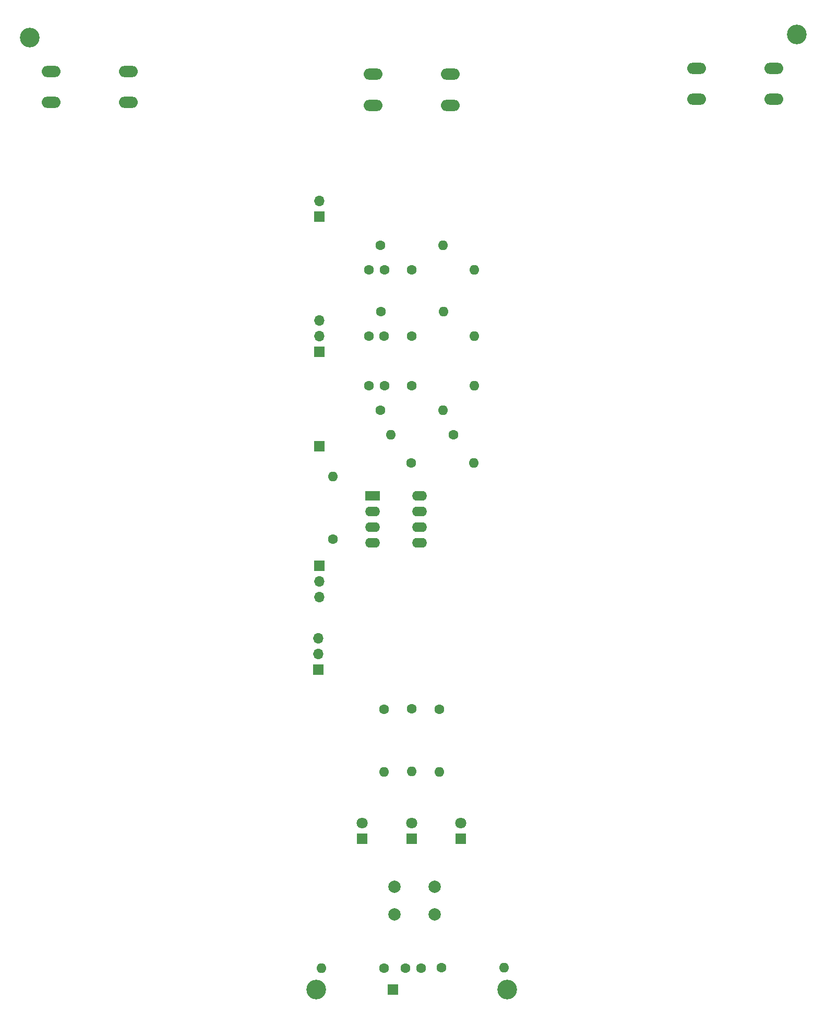
<source format=gbr>
%TF.GenerationSoftware,KiCad,Pcbnew,(6.0.2)*%
%TF.CreationDate,2023-10-08T18:38:51+02:00*%
%TF.ProjectId,kierownica,6b696572-6f77-46e6-9963-612e6b696361,rev?*%
%TF.SameCoordinates,Original*%
%TF.FileFunction,Soldermask,Top*%
%TF.FilePolarity,Negative*%
%FSLAX46Y46*%
G04 Gerber Fmt 4.6, Leading zero omitted, Abs format (unit mm)*
G04 Created by KiCad (PCBNEW (6.0.2)) date 2023-10-08 18:38:51*
%MOMM*%
%LPD*%
G01*
G04 APERTURE LIST*
%ADD10C,2.000000*%
%ADD11C,1.600000*%
%ADD12O,1.600000X1.600000*%
%ADD13R,1.700000X1.700000*%
%ADD14O,3.048000X1.850000*%
%ADD15O,1.700000X1.700000*%
%ADD16C,3.200000*%
%ADD17R,1.800000X1.800000*%
%ADD18C,1.800000*%
%ADD19R,2.400000X1.600000*%
%ADD20O,2.400000X1.600000*%
G04 APERTURE END LIST*
D10*
%TO.C,SW3*%
X151750000Y-200250000D03*
X158250000Y-200250000D03*
X151750000Y-204750000D03*
X158250000Y-204750000D03*
%TD*%
D11*
%TO.C,R2*%
X154500000Y-119000000D03*
D12*
X164660000Y-119000000D03*
%TD*%
D13*
%TO.C,J1*%
X151500000Y-217000000D03*
%TD*%
D11*
%TO.C,R6*%
X154500000Y-100200000D03*
D12*
X164660000Y-100200000D03*
%TD*%
D14*
%TO.C,SW4*%
X160760000Y-68500000D03*
X148260000Y-68500000D03*
X148260000Y-73500000D03*
X160760000Y-73500000D03*
%TD*%
D11*
%TO.C,R10*%
X154500000Y-171420000D03*
D12*
X154500000Y-181580000D03*
%TD*%
D11*
%TO.C,R3*%
X149520000Y-107000000D03*
D12*
X159680000Y-107000000D03*
%TD*%
D13*
%TO.C,J3*%
X139375000Y-165025000D03*
D15*
X139375000Y-162485000D03*
X139375000Y-159945000D03*
%TD*%
D13*
%TO.C,J2*%
X139500000Y-113500000D03*
D15*
X139500000Y-110960000D03*
X139500000Y-108420000D03*
%TD*%
D16*
%TO.C,REF\u002A\u002A*%
X139000000Y-217000000D03*
%TD*%
D11*
%TO.C,R13*%
X154420000Y-131500000D03*
D12*
X164580000Y-131500000D03*
%TD*%
D11*
%TO.C,R14*%
X141710000Y-143870000D03*
D12*
X141710000Y-133710000D03*
%TD*%
D11*
%TO.C,R9*%
X150000000Y-171500000D03*
D12*
X150000000Y-181660000D03*
%TD*%
D11*
%TO.C,C3*%
X147580000Y-100200000D03*
X150080000Y-100200000D03*
%TD*%
D14*
%TO.C,SW1*%
X108500000Y-68000000D03*
X96000000Y-68000000D03*
X108500000Y-73000000D03*
X96000000Y-73000000D03*
%TD*%
D17*
%TO.C,D1*%
X146500000Y-192500000D03*
D18*
X146500000Y-189960000D03*
%TD*%
D11*
%TO.C,R11*%
X159000000Y-171500000D03*
D12*
X159000000Y-181660000D03*
%TD*%
D19*
%TO.C,U1*%
X148175000Y-136880000D03*
D20*
X148175000Y-139420000D03*
X148175000Y-141960000D03*
X148175000Y-144500000D03*
X155795000Y-144500000D03*
X155795000Y-141960000D03*
X155795000Y-139420000D03*
X155795000Y-136880000D03*
%TD*%
D11*
%TO.C,R5*%
X149420000Y-96200000D03*
D12*
X159580000Y-96200000D03*
%TD*%
D16*
%TO.C,REF\u002A\u002A*%
X92500000Y-62500000D03*
%TD*%
D13*
%TO.C,J4*%
X139500000Y-148200000D03*
D15*
X139500000Y-150740000D03*
X139500000Y-153280000D03*
%TD*%
D11*
%TO.C,R12*%
X161280000Y-127000000D03*
D12*
X151120000Y-127000000D03*
%TD*%
D11*
%TO.C,C4*%
X153500000Y-213500000D03*
X156000000Y-213500000D03*
%TD*%
%TO.C,C1*%
X147580000Y-119000000D03*
X150080000Y-119000000D03*
%TD*%
%TO.C,R7*%
X150000000Y-213500000D03*
D12*
X139840000Y-213500000D03*
%TD*%
D13*
%TO.C,J6*%
X139500000Y-128800000D03*
%TD*%
D16*
%TO.C,REF\u002A\u002A*%
X170000000Y-217000000D03*
%TD*%
D17*
%TO.C,D3*%
X162500000Y-192500000D03*
D18*
X162500000Y-189960000D03*
%TD*%
D14*
%TO.C,SW2*%
X213260000Y-67500000D03*
X200760000Y-67500000D03*
X200760000Y-72500000D03*
X213260000Y-72500000D03*
%TD*%
D11*
%TO.C,C2*%
X147550000Y-111000000D03*
X150050000Y-111000000D03*
%TD*%
%TO.C,R4*%
X154520000Y-111000000D03*
D12*
X164680000Y-111000000D03*
%TD*%
D11*
%TO.C,R8*%
X159370000Y-213450000D03*
D12*
X169530000Y-213450000D03*
%TD*%
D17*
%TO.C,D2*%
X154500000Y-192520000D03*
D18*
X154500000Y-189980000D03*
%TD*%
D13*
%TO.C,J5*%
X139500000Y-91540000D03*
D15*
X139500000Y-89000000D03*
%TD*%
D11*
%TO.C,R1*%
X149420000Y-123000000D03*
D12*
X159580000Y-123000000D03*
%TD*%
D16*
%TO.C,REF\u002A\u002A*%
X217000000Y-62000000D03*
%TD*%
M02*

</source>
